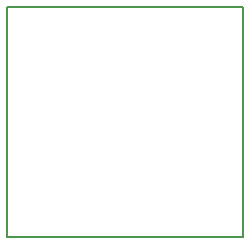
<source format=gbr>
G04 #@! TF.FileFunction,Profile,NP*
%FSLAX46Y46*%
G04 Gerber Fmt 4.6, Leading zero omitted, Abs format (unit mm)*
G04 Created by KiCad (PCBNEW 4.0.7) date Friday, 11 May 2018 'PMt' 12:15:21 PM*
%MOMM*%
%LPD*%
G01*
G04 APERTURE LIST*
%ADD10C,0.100000*%
%ADD11C,0.150000*%
G04 APERTURE END LIST*
D10*
D11*
X140000000Y-121500000D02*
X160000000Y-121500000D01*
X140000000Y-102000000D02*
X140000000Y-121500000D01*
X160000000Y-102000000D02*
X140000000Y-102000000D01*
X160000000Y-121500000D02*
X160000000Y-102000000D01*
M02*

</source>
